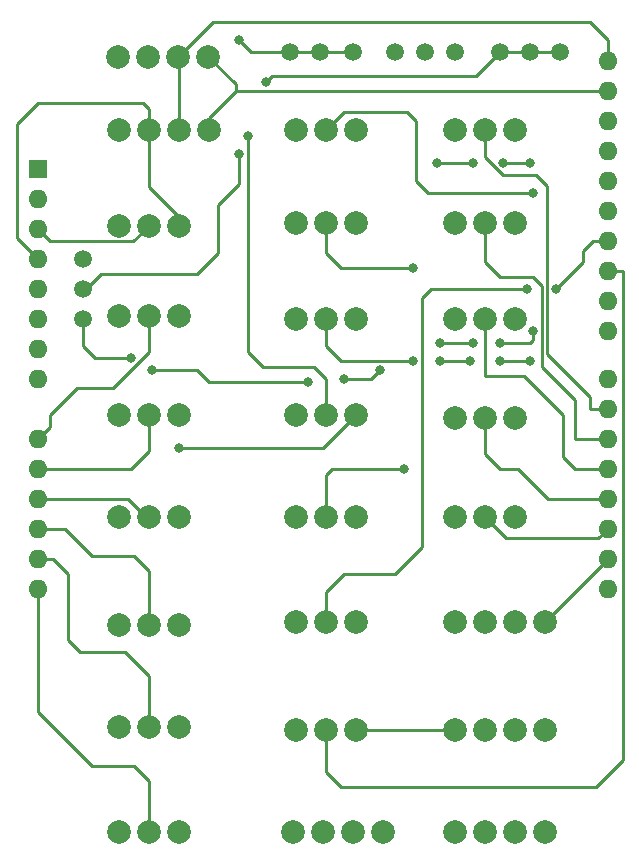
<source format=gbr>
%TF.GenerationSoftware,KiCad,Pcbnew,7.0.8*%
%TF.CreationDate,2023-10-22T09:09:43+02:00*%
%TF.ProjectId,Wemos UNO,57656d6f-7320-4554-9e4f-2e6b69636164,rev?*%
%TF.SameCoordinates,Original*%
%TF.FileFunction,Copper,L1,Top*%
%TF.FilePolarity,Positive*%
%FSLAX46Y46*%
G04 Gerber Fmt 4.6, Leading zero omitted, Abs format (unit mm)*
G04 Created by KiCad (PCBNEW 7.0.8) date 2023-10-22 09:09:43*
%MOMM*%
%LPD*%
G01*
G04 APERTURE LIST*
%TA.AperFunction,ComponentPad*%
%ADD10C,1.500000*%
%TD*%
%TA.AperFunction,ComponentPad*%
%ADD11O,1.600000X1.600000*%
%TD*%
%TA.AperFunction,ComponentPad*%
%ADD12R,1.600000X1.600000*%
%TD*%
%TA.AperFunction,ComponentPad*%
%ADD13C,2.000000*%
%TD*%
%TA.AperFunction,ViaPad*%
%ADD14C,0.800000*%
%TD*%
%TA.AperFunction,Conductor*%
%ADD15C,0.250000*%
%TD*%
G04 APERTURE END LIST*
D10*
%TO.P,LP_rund,1*%
%TO.N,Net-(A1-Pad11)*%
X155448000Y-46990000D03*
%TD*%
%TO.P,LP_rund,1*%
%TO.N,Net-(A1-Pad11)*%
X152908000Y-46990000D03*
%TD*%
%TO.P,LP_rund,1*%
%TO.N,Net-(A1-Pad11)*%
X150368000Y-46990000D03*
%TD*%
%TO.P,LP_rund,1*%
%TO.N,Net-(A1-Pad10)*%
X146558000Y-46990000D03*
%TD*%
%TO.P,LP_rund,1*%
%TO.N,Net-(A1-Pad10)*%
X144018000Y-46990000D03*
%TD*%
%TO.P,LP_rund,1*%
%TO.N,Net-(A1-Pad10)*%
X141478000Y-46990000D03*
%TD*%
%TO.P,LP_rund,1*%
%TO.N,Net-(A1-Pad1)*%
X137922000Y-46990000D03*
%TD*%
%TO.P,LP_rund,1*%
%TO.N,Net-(A1-Pad1)*%
X135128000Y-46990000D03*
%TD*%
%TO.P,LP_rund,1*%
%TO.N,Net-(A1-Pad1)*%
X132588000Y-46990000D03*
%TD*%
%TO.P,LP_rund,1*%
%TO.N,Net-(A1-Pad10)*%
X115062000Y-69596000D03*
%TD*%
%TO.P,LP_rund,1*%
%TO.N,Net-(A1-Pad11)*%
X115062000Y-67056000D03*
%TD*%
%TO.P,LP_rund,1*%
%TO.N,Net-(A1-Pad1)*%
X115062000Y-64516000D03*
%TD*%
D11*
%TO.P,A1,32*%
%TO.N,Net-(A1-Pad32)*%
X159512000Y-47756000D03*
%TO.P,A1,31*%
%TO.N,Net-(A1-Pad31)*%
X159512000Y-50296000D03*
D12*
%TO.P,A1,1*%
%TO.N,Net-(A1-Pad1)*%
X111252000Y-56896000D03*
D11*
%TO.P,A1,17*%
%TO.N,Net-(A1-Pad17)*%
X159512000Y-87376000D03*
%TO.P,A1,2*%
%TO.N,Net-(A1-Pad2)*%
X111252000Y-59436000D03*
%TO.P,A1,18*%
%TO.N,Net-(A1-Pad18)*%
X159512000Y-84836000D03*
%TO.P,A1,3*%
%TO.N,Net-(A1-Pad3)*%
X111252000Y-61976000D03*
%TO.P,A1,19*%
%TO.N,Net-(A1-Pad19)*%
X159512000Y-82296000D03*
%TO.P,A1,4*%
%TO.N,Net-(A1-Pad4)*%
X111252000Y-64516000D03*
%TO.P,A1,20*%
%TO.N,Net-(A1-Pad20)*%
X159512000Y-79756000D03*
%TO.P,A1,5*%
%TO.N,Net-(A1-Pad5)*%
X111252000Y-67056000D03*
%TO.P,A1,21*%
%TO.N,Net-(A1-Pad21)*%
X159512000Y-77216000D03*
%TO.P,A1,6*%
%TO.N,Net-(A1-Pad6)*%
X111252000Y-69596000D03*
%TO.P,A1,22*%
%TO.N,Net-(A1-Pad22)*%
X159512000Y-74676000D03*
%TO.P,A1,7*%
%TO.N,Net-(A1-Pad7)*%
X111252000Y-72136000D03*
%TO.P,A1,23*%
%TO.N,Net-(A1-Pad23)*%
X159512000Y-70616000D03*
%TO.P,A1,8*%
%TO.N,Net-(A1-Pad8)*%
X111252000Y-74676000D03*
%TO.P,A1,24*%
%TO.N,Net-(A1-Pad24)*%
X159512000Y-68076000D03*
%TO.P,A1,9*%
%TO.N,Net-(A1-Pad9)*%
X111252000Y-79756000D03*
%TO.P,A1,25*%
%TO.N,Net-(A1-Pad25)*%
X159512000Y-65536000D03*
%TO.P,A1,10*%
%TO.N,Net-(A1-Pad10)*%
X111252000Y-82296000D03*
%TO.P,A1,26*%
%TO.N,Net-(A1-Pad26)*%
X159512000Y-62996000D03*
%TO.P,A1,11*%
%TO.N,Net-(A1-Pad11)*%
X111252000Y-84836000D03*
%TO.P,A1,27*%
%TO.N,Net-(A1-Pad27)*%
X159512000Y-60456000D03*
%TO.P,A1,12*%
%TO.N,Net-(A1-Pad12)*%
X111252000Y-87376000D03*
%TO.P,A1,28*%
%TO.N,Net-(A1-Pad28)*%
X159512000Y-57916000D03*
%TO.P,A1,13*%
%TO.N,Net-(A1-Pad13)*%
X111252000Y-89916000D03*
%TO.P,A1,29*%
%TO.N,Net-(A1-Pad29)*%
X159512000Y-55376000D03*
%TO.P,A1,14*%
%TO.N,Net-(A1-Pad14)*%
X111252000Y-92456000D03*
%TO.P,A1,30*%
%TO.N,Net-(A1-Pad30)*%
X159512000Y-52836000D03*
%TO.P,A1,15*%
%TO.N,Net-(A1-Pad15)*%
X159512000Y-92456000D03*
%TO.P,A1,16*%
%TO.N,Net-(A1-Pad16)*%
X159512000Y-89916000D03*
%TD*%
D13*
%TO.P,G V SCL SDA,4*%
%TO.N,Net-(A1-Pad31)*%
X125700000Y-47444000D03*
%TO.P,G V SCL SDA,3*%
%TO.N,Net-(A1-Pad32)*%
X123160000Y-47444000D03*
%TO.P,G V SCL SDA,2*%
%TO.N,Net-(A1-Pad4)*%
X120620000Y-47444000D03*
%TO.P,G V SCL SDA,1*%
%TO.N,Net-(A1-Pad29)*%
X118080000Y-47444000D03*
%TD*%
%TO.P,IO02,3*%
%TO.N,Net-(A1-Pad4)*%
X123190000Y-69342000D03*
%TO.P,IO02,2*%
%TO.N,Net-(A1-Pad9)*%
X120650000Y-69342000D03*
%TO.P,IO02,1*%
%TO.N,Net-(A1-Pad29)*%
X118110000Y-69342000D03*
%TD*%
%TO.P,IO26,3*%
%TO.N,Net-(A1-Pad4)*%
X151638000Y-86360000D03*
%TO.P,IO26,2*%
%TO.N,Net-(A1-Pad17)*%
X149098000Y-86360000D03*
%TO.P,IO26,1*%
%TO.N,Net-(A1-Pad29)*%
X146558000Y-86360000D03*
%TD*%
%TO.P,IO25,1*%
%TO.N,Net-(A1-Pad29)*%
X146558000Y-77978000D03*
%TO.P,IO25,2*%
%TO.N,Net-(A1-Pad18)*%
X149098000Y-77978000D03*
%TO.P,IO25,3*%
%TO.N,Net-(A1-Pad4)*%
X151638000Y-77978000D03*
%TD*%
%TO.P,IO17,3*%
%TO.N,Net-(A1-Pad4)*%
X151638000Y-69596000D03*
%TO.P,IO17,2*%
%TO.N,Net-(A1-Pad19)*%
X149098000Y-69596000D03*
%TO.P,IO17,1*%
%TO.N,Net-(A1-Pad29)*%
X146558000Y-69596000D03*
%TD*%
%TO.P,IO16,1*%
%TO.N,Net-(A1-Pad29)*%
X146558000Y-61468000D03*
%TO.P,IO16,2*%
%TO.N,Net-(A1-Pad20)*%
X149098000Y-61468000D03*
%TO.P,IO16,3*%
%TO.N,Net-(A1-Pad4)*%
X151638000Y-61468000D03*
%TD*%
%TO.P,IO27|,3*%
%TO.N,Net-(A1-Pad4)*%
X151638000Y-53594000D03*
%TO.P,IO27|,2*%
%TO.N,Net-(A1-Pad21)*%
X149098000Y-53594000D03*
%TO.P,IO27|,1*%
%TO.N,Net-(A1-Pad29)*%
X146558000Y-53594000D03*
%TD*%
%TO.P,IO14,1*%
%TO.N,Net-(A1-Pad29)*%
X133096000Y-69596000D03*
%TO.P,IO14,2*%
%TO.N,Net-(A1-Pad22)*%
X135636000Y-69596000D03*
%TO.P,IO14,3*%
%TO.N,Net-(A1-Pad4)*%
X138176000Y-69596000D03*
%TD*%
%TO.P,IO12,1*%
%TO.N,Net-(A1-Pad29)*%
X133096000Y-61468000D03*
%TO.P,IO12,2*%
%TO.N,Net-(A1-Pad23)*%
X135636000Y-61468000D03*
%TO.P,IO12,3*%
%TO.N,Net-(A1-Pad4)*%
X138176000Y-61468000D03*
%TD*%
%TO.P,IO13|,3*%
%TO.N,Net-(A1-Pad4)*%
X138176000Y-53594000D03*
%TO.P,IO13|,2*%
%TO.N,Net-(A1-Pad24)*%
X135636000Y-53594000D03*
%TO.P,IO13|,1*%
%TO.N,Net-(A1-Pad29)*%
X133096000Y-53594000D03*
%TD*%
%TO.P,IO05,1*%
%TO.N,Net-(A1-Pad29)*%
X133096000Y-104394000D03*
%TO.P,IO05,2*%
%TO.N,Net-(A1-Pad25)*%
X135636000Y-104394000D03*
%TO.P,IO05,3*%
%TO.N,Net-(A1-Pad4)*%
X138176000Y-104394000D03*
%TD*%
%TO.P,IO23,3*%
%TO.N,Net-(A1-Pad4)*%
X138176000Y-95250000D03*
%TO.P,IO23,2*%
%TO.N,Net-(A1-Pad26)*%
X135636000Y-95250000D03*
%TO.P,IO23,1*%
%TO.N,Net-(A1-Pad29)*%
X133096000Y-95250000D03*
%TD*%
%TO.P,IO19,1*%
%TO.N,Net-(A1-Pad29)*%
X133096000Y-86360000D03*
%TO.P,IO19,2*%
%TO.N,Net-(A1-Pad27)*%
X135636000Y-86360000D03*
%TO.P,IO19,3*%
%TO.N,Net-(A1-Pad4)*%
X138176000Y-86360000D03*
%TD*%
%TO.P,IO18,3*%
%TO.N,Net-(A1-Pad4)*%
X138176000Y-77724000D03*
%TO.P,IO18,2*%
%TO.N,Net-(A1-Pad28)*%
X135636000Y-77724000D03*
%TO.P,IO18,1*%
%TO.N,Net-(A1-Pad29)*%
X133096000Y-77724000D03*
%TD*%
%TO.P,GND,1*%
%TO.N,Net-(A1-Pad29)*%
X146558000Y-113030000D03*
%TO.P,GND,2*%
X149098000Y-113030000D03*
%TO.P,GND,3*%
X151638000Y-113030000D03*
%TO.P,GND,4*%
X154178000Y-113030000D03*
%TD*%
%TO.P,5V,4*%
%TO.N,Net-(A1-Pad5)*%
X140462000Y-113030000D03*
%TO.P,5V,3*%
X137922000Y-113030000D03*
%TO.P,5V,2*%
X135382000Y-113030000D03*
%TO.P,5V,1*%
X132842000Y-113030000D03*
%TD*%
%TO.P,3.3V,1*%
%TO.N,Net-(A1-Pad4)*%
X146558000Y-104394000D03*
%TO.P,3.3V,2*%
X149098000Y-104394000D03*
%TO.P,3.3V,3*%
X151638000Y-104394000D03*
%TO.P,3.3V,4*%
X154178000Y-104394000D03*
%TD*%
%TO.P,G RST V,1*%
%TO.N,Net-(A1-Pad29)*%
X118110000Y-61722000D03*
%TO.P,G RST V,2*%
%TO.N,Net-(A1-Pad3)*%
X120650000Y-61722000D03*
%TO.P,G RST V,3*%
%TO.N,Net-(A1-Pad4)*%
X123190000Y-61722000D03*
%TD*%
%TO.P,IO04,3*%
%TO.N,Net-(A1-Pad4)*%
X123190000Y-77724000D03*
%TO.P,IO04,2*%
%TO.N,Net-(A1-Pad10)*%
X120650000Y-77724000D03*
%TO.P,IO04,1*%
%TO.N,Net-(A1-Pad29)*%
X118110000Y-77724000D03*
%TD*%
%TO.P,IO35,1*%
%TO.N,Net-(A1-Pad29)*%
X118110000Y-86360000D03*
%TO.P,IO35,2*%
%TO.N,Net-(A1-Pad11)*%
X120650000Y-86360000D03*
%TO.P,IO35,3*%
%TO.N,Net-(A1-Pad4)*%
X123190000Y-86360000D03*
%TD*%
%TO.P,IO34,3*%
%TO.N,Net-(A1-Pad4)*%
X123190000Y-95504000D03*
%TO.P,IO34,2*%
%TO.N,Net-(A1-Pad12)*%
X120650000Y-95504000D03*
%TO.P,IO34,1*%
%TO.N,Net-(A1-Pad29)*%
X118110000Y-95504000D03*
%TD*%
%TO.P,IO36,1*%
%TO.N,Net-(A1-Pad29)*%
X118110000Y-104140000D03*
%TO.P,IO36,2*%
%TO.N,Net-(A1-Pad13)*%
X120650000Y-104140000D03*
%TO.P,IO36,3*%
%TO.N,Net-(A1-Pad4)*%
X123190000Y-104140000D03*
%TD*%
%TO.P,IO39,3*%
%TO.N,Net-(A1-Pad4)*%
X123190000Y-113030000D03*
%TO.P,IO39,2*%
%TO.N,Net-(A1-Pad14)*%
X120650000Y-113030000D03*
%TO.P,IO39,1*%
%TO.N,Net-(A1-Pad29)*%
X118110000Y-113030000D03*
%TD*%
%TO.P,G V SCL SDA,1*%
%TO.N,Net-(A1-Pad29)*%
X118110000Y-53594000D03*
%TO.P,G V SCL SDA,2*%
%TO.N,Net-(A1-Pad4)*%
X120650000Y-53594000D03*
%TO.P,G V SCL SDA,3*%
%TO.N,Net-(A1-Pad32)*%
X123190000Y-53594000D03*
%TO.P,G V SCL SDA,4*%
%TO.N,Net-(A1-Pad31)*%
X125730000Y-53594000D03*
%TD*%
%TO.P,Rx Tx,4*%
%TO.N,Net-(A1-Pad16)*%
X154178000Y-95250000D03*
%TO.P,Rx Tx,3*%
%TO.N,Net-(A1-Pad15)*%
X151638000Y-95250000D03*
%TO.P,Rx Tx,2*%
%TO.N,Net-(A1-Pad4)*%
X149098000Y-95250000D03*
%TO.P,Rx Tx,1*%
%TO.N,Net-(A1-Pad29)*%
X146558000Y-95250000D03*
%TD*%
D14*
%TO.N,Net-(A1-Pad1)*%
X128270000Y-45974000D03*
%TO.N,Net-(A1-Pad4)*%
X123190000Y-80518000D03*
%TO.N,Net-(A1-Pad22)*%
X152908000Y-73152000D03*
X150368000Y-73152000D03*
X147828000Y-73152000D03*
X145288000Y-73152000D03*
X143002000Y-73152000D03*
%TO.N,Net-(A1-Pad23)*%
X153162000Y-70612000D03*
X150368000Y-71628000D03*
X148082000Y-71628000D03*
X145288000Y-71628000D03*
X143002000Y-65278000D03*
%TO.N,Net-(A1-Pad24)*%
X153162000Y-58928000D03*
%TO.N,Net-(A1-Pad10)*%
X140208000Y-73914000D03*
X137160000Y-74676000D03*
X134112000Y-74930000D03*
X120904000Y-73914000D03*
X119121347Y-72893347D03*
%TO.N,Net-(A1-Pad26)*%
X152654000Y-67056000D03*
X155099010Y-67056000D03*
%TO.N,Net-(A1-Pad11)*%
X130556000Y-49571000D03*
X128270000Y-55626000D03*
%TO.N,Net-(A1-Pad27)*%
X152908000Y-56388000D03*
X150626653Y-56383347D03*
X148086653Y-56383347D03*
X145038653Y-56383347D03*
X142240000Y-82296000D03*
%TO.N,Net-(A1-Pad28)*%
X129032000Y-54102000D03*
%TD*%
D15*
%TO.N,Net-(A1-Pad32)*%
X123190000Y-47474000D02*
X123160000Y-47444000D01*
X123190000Y-53594000D02*
X123190000Y-47474000D01*
X159512000Y-47756000D02*
X159512000Y-46032000D01*
X159512000Y-46032000D02*
X157990000Y-44510000D01*
X126094000Y-44510000D02*
X123160000Y-47444000D01*
X157990000Y-44510000D02*
X126094000Y-44510000D01*
%TO.N,Net-(A1-Pad31)*%
X159512000Y-50296000D02*
X128020000Y-50296000D01*
X125730000Y-52586000D02*
X125730000Y-53594000D01*
X128020000Y-50296000D02*
X125730000Y-52586000D01*
X128020000Y-49764000D02*
X125700000Y-47444000D01*
X128020000Y-50296000D02*
X128020000Y-49764000D01*
%TO.N,Net-(A1-Pad1)*%
X137922000Y-46990000D02*
X135128000Y-46990000D01*
X135128000Y-46990000D02*
X132588000Y-46990000D01*
X129286000Y-46990000D02*
X128270000Y-45974000D01*
X132588000Y-46990000D02*
X129286000Y-46990000D01*
%TO.N,Net-(A1-Pad17)*%
X150913999Y-88175999D02*
X149098000Y-86360000D01*
X158712001Y-88175999D02*
X150913999Y-88175999D01*
X159512000Y-87376000D02*
X158712001Y-88175999D01*
%TO.N,Net-(A1-Pad18)*%
X159512000Y-84836000D02*
X154432000Y-84836000D01*
X154432000Y-84836000D02*
X151892000Y-82296000D01*
X149098000Y-77978000D02*
X149098000Y-81026000D01*
X150368000Y-82296000D02*
X151892000Y-82296000D01*
X149098000Y-81026000D02*
X150368000Y-82296000D01*
%TO.N,Net-(A1-Pad3)*%
X119324999Y-63047001D02*
X120650000Y-61722000D01*
X112323001Y-63047001D02*
X119324999Y-63047001D01*
X111252000Y-61976000D02*
X112323001Y-63047001D01*
%TO.N,Net-(A1-Pad19)*%
X149098000Y-74422000D02*
X152400000Y-74422000D01*
X149098000Y-69596000D02*
X149098000Y-74422000D01*
X155702000Y-77724000D02*
X155702000Y-81280000D01*
X155702000Y-81280000D02*
X156718000Y-82296000D01*
X156718000Y-82296000D02*
X159512000Y-82296000D01*
X152400000Y-74422000D02*
X155702000Y-77724000D01*
%TO.N,Net-(A1-Pad4)*%
X146558000Y-104394000D02*
X138176000Y-104394000D01*
X123190000Y-60960000D02*
X123190000Y-61722000D01*
X120650000Y-53594000D02*
X120650000Y-58420000D01*
X120650000Y-58420000D02*
X123190000Y-60960000D01*
X120650000Y-51816000D02*
X120142000Y-51308000D01*
X109474000Y-62738000D02*
X111252000Y-64516000D01*
X120650000Y-53594000D02*
X120650000Y-51816000D01*
X109474000Y-53086000D02*
X109474000Y-62738000D01*
X120142000Y-51308000D02*
X111252000Y-51308000D01*
X111252000Y-51308000D02*
X109474000Y-53086000D01*
X138176000Y-77724000D02*
X135382000Y-80518000D01*
X135382000Y-80518000D02*
X123190000Y-80518000D01*
%TO.N,Net-(A1-Pad20)*%
X149098000Y-64770000D02*
X149098000Y-61468000D01*
X150368000Y-66040000D02*
X149098000Y-64770000D01*
X153162000Y-66040000D02*
X150368000Y-66040000D01*
X156718000Y-79756000D02*
X156718000Y-76454000D01*
X159512000Y-79756000D02*
X156718000Y-79756000D01*
X156718000Y-76454000D02*
X153924000Y-73660000D01*
X153924000Y-73660000D02*
X153924000Y-66802000D01*
X153924000Y-66802000D02*
X153162000Y-66040000D01*
%TO.N,Net-(A1-Pad21)*%
X159512000Y-77216000D02*
X157988000Y-77216000D01*
X157988000Y-77216000D02*
X157988000Y-76200000D01*
X154374010Y-72586010D02*
X154374010Y-58362010D01*
X157988000Y-76200000D02*
X154374010Y-72586010D01*
X154374010Y-58362010D02*
X153416000Y-57404000D01*
X153416000Y-57404000D02*
X150622000Y-57404000D01*
X149098000Y-55880000D02*
X149098000Y-53594000D01*
X150622000Y-57404000D02*
X149098000Y-55880000D01*
%TO.N,Net-(A1-Pad22)*%
X152908000Y-73152000D02*
X150368000Y-73152000D01*
X147828000Y-73152000D02*
X145288000Y-73152000D01*
X143002000Y-73152000D02*
X136906000Y-73152000D01*
X135636000Y-71882000D02*
X135636000Y-69596000D01*
X136906000Y-73152000D02*
X135636000Y-71882000D01*
%TO.N,Net-(A1-Pad23)*%
X153162000Y-70612000D02*
X153162000Y-71374000D01*
X153162000Y-71374000D02*
X152908000Y-71628000D01*
X152908000Y-71628000D02*
X150368000Y-71628000D01*
X148082000Y-71628000D02*
X145288000Y-71628000D01*
X143002000Y-65278000D02*
X136906000Y-65278000D01*
X135636000Y-64008000D02*
X135636000Y-61468000D01*
X136906000Y-65278000D02*
X135636000Y-64008000D01*
%TO.N,Net-(A1-Pad24)*%
X135636000Y-53594000D02*
X137160000Y-52070000D01*
X137160000Y-52070000D02*
X142494000Y-52070000D01*
X142494000Y-52070000D02*
X143256000Y-52832000D01*
X143256000Y-52832000D02*
X143256000Y-57912000D01*
X143256000Y-57912000D02*
X144272000Y-58928000D01*
X144272000Y-58928000D02*
X153162000Y-58928000D01*
%TO.N,Net-(A1-Pad9)*%
X120650000Y-69342000D02*
X120650000Y-72390000D01*
X120650000Y-72390000D02*
X117602000Y-75438000D01*
X117602000Y-75438000D02*
X114554000Y-75438000D01*
X112268000Y-78740000D02*
X111252000Y-79756000D01*
X114554000Y-75438000D02*
X113284000Y-76708000D01*
X112268000Y-77724000D02*
X113284000Y-76708000D01*
X112268000Y-78740000D02*
X112268000Y-77724000D01*
X113284000Y-76708000D02*
X113030000Y-76962000D01*
%TO.N,Net-(A1-Pad25)*%
X159512000Y-65536000D02*
X160786000Y-65536000D01*
X160786000Y-65536000D02*
X160786000Y-106930000D01*
X160786000Y-106930000D02*
X158496000Y-109220000D01*
X158496000Y-109220000D02*
X136906000Y-109220000D01*
X135636000Y-107950000D02*
X135636000Y-104394000D01*
X136906000Y-109220000D02*
X135636000Y-107950000D01*
%TO.N,Net-(A1-Pad10)*%
X111252000Y-82296000D02*
X119126000Y-82296000D01*
X119126000Y-82296000D02*
X120650000Y-80772000D01*
X120650000Y-80772000D02*
X120650000Y-77724000D01*
X139446000Y-74676000D02*
X137160000Y-74676000D01*
X140208000Y-73914000D02*
X139446000Y-74676000D01*
X125730000Y-74930000D02*
X124714000Y-73914000D01*
X134112000Y-74930000D02*
X125730000Y-74930000D01*
X124714000Y-73914000D02*
X121158000Y-73914000D01*
X121158000Y-73914000D02*
X120904000Y-73914000D01*
X119121347Y-72893347D02*
X116073347Y-72893347D01*
X115062000Y-71882000D02*
X115062000Y-69596000D01*
X116073347Y-72893347D02*
X115062000Y-71882000D01*
%TO.N,Net-(A1-Pad26)*%
X135636000Y-95250000D02*
X135636000Y-92710000D01*
X135636000Y-92710000D02*
X137160000Y-91186000D01*
X137160000Y-91186000D02*
X141478000Y-91186000D01*
X141478000Y-91186000D02*
X143764000Y-88900000D01*
X143764000Y-88900000D02*
X143764000Y-67818000D01*
X143764000Y-67818000D02*
X144526000Y-67056000D01*
X144526000Y-67056000D02*
X152654000Y-67056000D01*
X155099010Y-67056000D02*
X157385010Y-64770000D01*
X157385010Y-64770000D02*
X157385010Y-63848990D01*
X158238000Y-62996000D02*
X159512000Y-62996000D01*
X157385010Y-63848990D02*
X158238000Y-62996000D01*
%TO.N,Net-(A1-Pad11)*%
X111252000Y-84836000D02*
X118872000Y-84836000D01*
X120396000Y-86360000D02*
X120650000Y-86360000D01*
X118872000Y-84836000D02*
X120396000Y-86360000D01*
X155448000Y-46990000D02*
X152908000Y-46990000D01*
X152908000Y-46990000D02*
X150368000Y-46990000D01*
X150368000Y-46990000D02*
X148336000Y-49022000D01*
X131105000Y-49022000D02*
X130556000Y-49571000D01*
X148336000Y-49022000D02*
X131105000Y-49022000D01*
X128270000Y-55626000D02*
X128270000Y-58166000D01*
X128270000Y-58166000D02*
X126492000Y-59944000D01*
X126492000Y-59944000D02*
X126492000Y-64008000D01*
X126492000Y-64008000D02*
X124714000Y-65786000D01*
X124714000Y-65786000D02*
X116586000Y-65786000D01*
X115316000Y-67056000D02*
X115062000Y-67056000D01*
X116586000Y-65786000D02*
X115316000Y-67056000D01*
%TO.N,Net-(A1-Pad27)*%
X152908000Y-56388000D02*
X150622000Y-56388000D01*
X150622000Y-56388000D02*
X150626653Y-56383347D01*
X148086653Y-56383347D02*
X145038653Y-56383347D01*
X135636000Y-82804000D02*
X135636000Y-86360000D01*
X142240000Y-82296000D02*
X136144000Y-82296000D01*
X136144000Y-82296000D02*
X135636000Y-82804000D01*
%TO.N,Net-(A1-Pad12)*%
X120650000Y-95504000D02*
X120650000Y-90932000D01*
X120650000Y-90932000D02*
X119380000Y-89662000D01*
X119380000Y-89662000D02*
X115824000Y-89662000D01*
X113538000Y-87376000D02*
X111252000Y-87376000D01*
X115824000Y-89662000D02*
X113538000Y-87376000D01*
%TO.N,Net-(A1-Pad28)*%
X129032000Y-54102000D02*
X129032000Y-72390000D01*
X129032000Y-72390000D02*
X130302000Y-73660000D01*
X130302000Y-73660000D02*
X134620000Y-73660000D01*
X135636000Y-74676000D02*
X135636000Y-77724000D01*
X134620000Y-73660000D02*
X135636000Y-74676000D01*
%TO.N,Net-(A1-Pad13)*%
X120650000Y-104140000D02*
X120650000Y-99822000D01*
X120650000Y-99822000D02*
X118618000Y-97790000D01*
X118618000Y-97790000D02*
X114808000Y-97790000D01*
X114808000Y-97790000D02*
X113792000Y-96774000D01*
X113792000Y-96774000D02*
X113792000Y-91186000D01*
X112522000Y-89916000D02*
X111252000Y-89916000D01*
X113792000Y-91186000D02*
X112522000Y-89916000D01*
%TO.N,Net-(A1-Pad14)*%
X120650000Y-113030000D02*
X120650000Y-108712000D01*
X120650000Y-108712000D02*
X119380000Y-107442000D01*
X119380000Y-107442000D02*
X115824000Y-107442000D01*
X111252000Y-102870000D02*
X111252000Y-92456000D01*
X115824000Y-107442000D02*
X111252000Y-102870000D01*
%TO.N,Net-(A1-Pad16)*%
X154178000Y-95250000D02*
X159512000Y-89916000D01*
%TD*%
M02*

</source>
